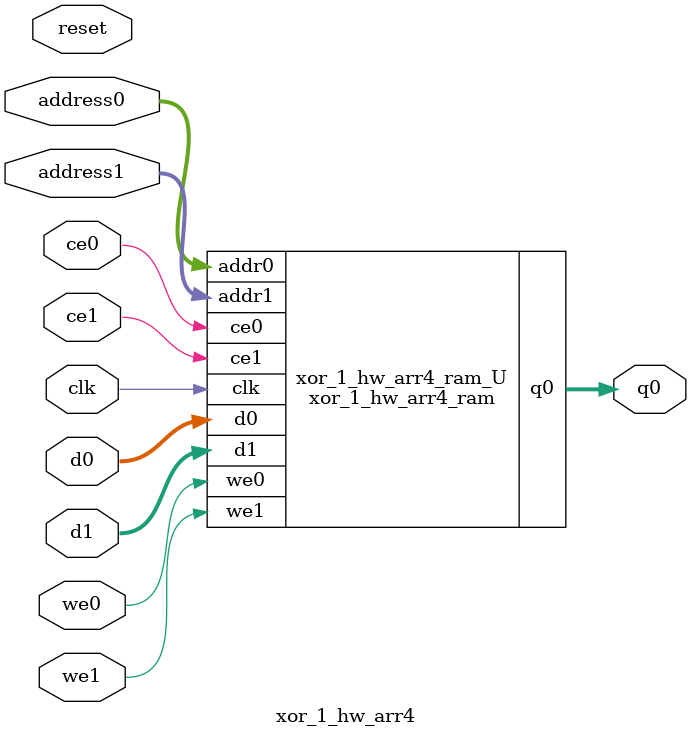
<source format=v>
`timescale 1 ns / 1 ps
module xor_1_hw_arr4_ram (addr0, ce0, d0, we0, q0, addr1, ce1, d1, we1,  clk);

parameter DWIDTH = 7;
parameter AWIDTH = 5;
parameter MEM_SIZE = 32;

input[AWIDTH-1:0] addr0;
input ce0;
input[DWIDTH-1:0] d0;
input we0;
output reg[DWIDTH-1:0] q0;
input[AWIDTH-1:0] addr1;
input ce1;
input[DWIDTH-1:0] d1;
input we1;
input clk;

(* ram_style = "block" *)reg [DWIDTH-1:0] ram[0:MEM_SIZE-1];




always @(posedge clk)  
begin 
    if (ce0) 
    begin
        if (we0) 
        begin 
            ram[addr0] <= d0; 
        end 
        q0 <= ram[addr0];
    end
end


always @(posedge clk)  
begin 
    if (ce1) 
    begin
        if (we1) 
        begin 
            ram[addr1] <= d1; 
        end 
    end
end


endmodule

`timescale 1 ns / 1 ps
module xor_1_hw_arr4(
    reset,
    clk,
    address0,
    ce0,
    we0,
    d0,
    q0,
    address1,
    ce1,
    we1,
    d1);

parameter DataWidth = 32'd7;
parameter AddressRange = 32'd32;
parameter AddressWidth = 32'd5;
input reset;
input clk;
input[AddressWidth - 1:0] address0;
input ce0;
input we0;
input[DataWidth - 1:0] d0;
output[DataWidth - 1:0] q0;
input[AddressWidth - 1:0] address1;
input ce1;
input we1;
input[DataWidth - 1:0] d1;



xor_1_hw_arr4_ram xor_1_hw_arr4_ram_U(
    .clk( clk ),
    .addr0( address0 ),
    .ce0( ce0 ),
    .we0( we0 ),
    .d0( d0 ),
    .q0( q0 ),
    .addr1( address1 ),
    .ce1( ce1 ),
    .we1( we1 ),
    .d1( d1 ));

endmodule


</source>
